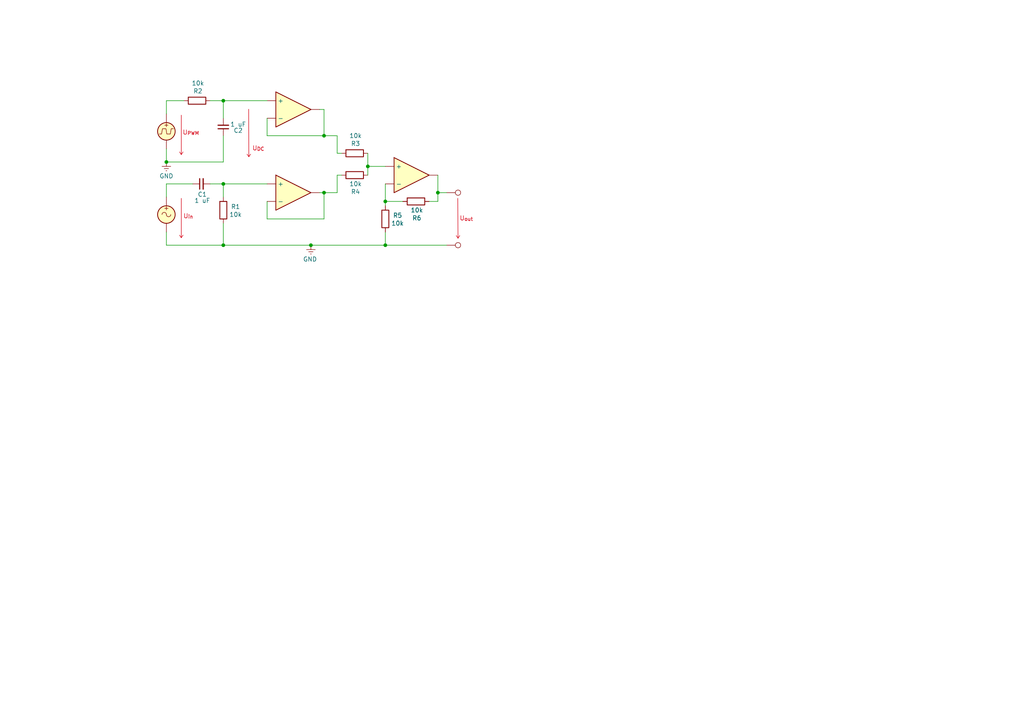
<source format=kicad_sch>
(kicad_sch
	(version 20250114)
	(generator "eeschema")
	(generator_version "9.0")
	(uuid "7804a2b6-5127-41c6-ae84-4cd6f0d6165f")
	(paper "A4")
	(lib_symbols
		(symbol "Connector:TestPoint"
			(pin_numbers
				(hide yes)
			)
			(pin_names
				(offset 0.762)
				(hide yes)
			)
			(exclude_from_sim no)
			(in_bom yes)
			(on_board yes)
			(property "Reference" "TP"
				(at 0 6.858 0)
				(effects
					(font
						(size 1.27 1.27)
					)
				)
			)
			(property "Value" "TestPoint"
				(at 0 5.08 0)
				(effects
					(font
						(size 1.27 1.27)
					)
				)
			)
			(property "Footprint" ""
				(at 5.08 0 0)
				(effects
					(font
						(size 1.27 1.27)
					)
					(hide yes)
				)
			)
			(property "Datasheet" "~"
				(at 5.08 0 0)
				(effects
					(font
						(size 1.27 1.27)
					)
					(hide yes)
				)
			)
			(property "Description" "test point"
				(at 0 0 0)
				(effects
					(font
						(size 1.27 1.27)
					)
					(hide yes)
				)
			)
			(property "ki_keywords" "test point tp"
				(at 0 0 0)
				(effects
					(font
						(size 1.27 1.27)
					)
					(hide yes)
				)
			)
			(property "ki_fp_filters" "Pin* Test*"
				(at 0 0 0)
				(effects
					(font
						(size 1.27 1.27)
					)
					(hide yes)
				)
			)
			(symbol "TestPoint_0_1"
				(circle
					(center 0 3.302)
					(radius 0.762)
					(stroke
						(width 0)
						(type default)
					)
					(fill
						(type none)
					)
				)
			)
			(symbol "TestPoint_1_1"
				(pin passive line
					(at 0 0 90)
					(length 2.54)
					(name "1"
						(effects
							(font
								(size 1.27 1.27)
							)
						)
					)
					(number "1"
						(effects
							(font
								(size 1.27 1.27)
							)
						)
					)
				)
			)
			(embedded_fonts no)
		)
		(symbol "Device:C_Small"
			(pin_numbers
				(hide yes)
			)
			(pin_names
				(offset 0.254)
				(hide yes)
			)
			(exclude_from_sim no)
			(in_bom yes)
			(on_board yes)
			(property "Reference" "C"
				(at 0.254 1.778 0)
				(effects
					(font
						(size 1.27 1.27)
					)
					(justify left)
				)
			)
			(property "Value" "C_Small"
				(at 0.254 -2.032 0)
				(effects
					(font
						(size 1.27 1.27)
					)
					(justify left)
				)
			)
			(property "Footprint" ""
				(at 0 0 0)
				(effects
					(font
						(size 1.27 1.27)
					)
					(hide yes)
				)
			)
			(property "Datasheet" "~"
				(at 0 0 0)
				(effects
					(font
						(size 1.27 1.27)
					)
					(hide yes)
				)
			)
			(property "Description" "Unpolarized capacitor, small symbol"
				(at 0 0 0)
				(effects
					(font
						(size 1.27 1.27)
					)
					(hide yes)
				)
			)
			(property "ki_keywords" "capacitor cap"
				(at 0 0 0)
				(effects
					(font
						(size 1.27 1.27)
					)
					(hide yes)
				)
			)
			(property "ki_fp_filters" "C_*"
				(at 0 0 0)
				(effects
					(font
						(size 1.27 1.27)
					)
					(hide yes)
				)
			)
			(symbol "C_Small_0_1"
				(polyline
					(pts
						(xy -1.524 0.508) (xy 1.524 0.508)
					)
					(stroke
						(width 0.3048)
						(type default)
					)
					(fill
						(type none)
					)
				)
				(polyline
					(pts
						(xy -1.524 -0.508) (xy 1.524 -0.508)
					)
					(stroke
						(width 0.3302)
						(type default)
					)
					(fill
						(type none)
					)
				)
			)
			(symbol "C_Small_1_1"
				(pin passive line
					(at 0 2.54 270)
					(length 2.032)
					(name "~"
						(effects
							(font
								(size 1.27 1.27)
							)
						)
					)
					(number "1"
						(effects
							(font
								(size 1.27 1.27)
							)
						)
					)
				)
				(pin passive line
					(at 0 -2.54 90)
					(length 2.032)
					(name "~"
						(effects
							(font
								(size 1.27 1.27)
							)
						)
					)
					(number "2"
						(effects
							(font
								(size 1.27 1.27)
							)
						)
					)
				)
			)
			(embedded_fonts no)
		)
		(symbol "Device:R"
			(pin_numbers
				(hide yes)
			)
			(pin_names
				(offset 0)
			)
			(exclude_from_sim no)
			(in_bom yes)
			(on_board yes)
			(property "Reference" "R"
				(at 2.032 0 90)
				(effects
					(font
						(size 1.27 1.27)
					)
				)
			)
			(property "Value" "R"
				(at 0 0 90)
				(effects
					(font
						(size 1.27 1.27)
					)
				)
			)
			(property "Footprint" ""
				(at -1.778 0 90)
				(effects
					(font
						(size 1.27 1.27)
					)
					(hide yes)
				)
			)
			(property "Datasheet" "~"
				(at 0 0 0)
				(effects
					(font
						(size 1.27 1.27)
					)
					(hide yes)
				)
			)
			(property "Description" "Resistor"
				(at 0 0 0)
				(effects
					(font
						(size 1.27 1.27)
					)
					(hide yes)
				)
			)
			(property "ki_keywords" "R res resistor"
				(at 0 0 0)
				(effects
					(font
						(size 1.27 1.27)
					)
					(hide yes)
				)
			)
			(property "ki_fp_filters" "R_*"
				(at 0 0 0)
				(effects
					(font
						(size 1.27 1.27)
					)
					(hide yes)
				)
			)
			(symbol "R_0_1"
				(rectangle
					(start -1.016 -2.54)
					(end 1.016 2.54)
					(stroke
						(width 0.254)
						(type default)
					)
					(fill
						(type none)
					)
				)
			)
			(symbol "R_1_1"
				(pin passive line
					(at 0 3.81 270)
					(length 1.27)
					(name "~"
						(effects
							(font
								(size 1.27 1.27)
							)
						)
					)
					(number "1"
						(effects
							(font
								(size 1.27 1.27)
							)
						)
					)
				)
				(pin passive line
					(at 0 -3.81 90)
					(length 1.27)
					(name "~"
						(effects
							(font
								(size 1.27 1.27)
							)
						)
					)
					(number "2"
						(effects
							(font
								(size 1.27 1.27)
							)
						)
					)
				)
			)
			(embedded_fonts no)
		)
		(symbol "OPAMP_common_1"
			(exclude_from_sim no)
			(in_bom yes)
			(on_board yes)
			(property "Reference" "U"
				(at 0 0 0)
				(effects
					(font
						(size 1.27 1.27)
					)
				)
			)
			(property "Value" ""
				(at 0 0 0)
				(effects
					(font
						(size 1.27 1.27)
					)
				)
			)
			(property "Footprint" ""
				(at 0 0 0)
				(effects
					(font
						(size 1.27 1.27)
					)
					(hide yes)
				)
			)
			(property "Datasheet" ""
				(at 0 0 0)
				(effects
					(font
						(size 1.27 1.27)
					)
					(hide yes)
				)
			)
			(property "Description" ""
				(at 0 0 0)
				(effects
					(font
						(size 1.27 1.27)
					)
					(hide yes)
				)
			)
			(symbol "OPAMP_common_1_1_1"
				(polyline
					(pts
						(xy 3.81 5.08) (xy 13.97 0) (xy 3.81 -5.08) (xy 3.81 5.08)
					)
					(stroke
						(width 0.254)
						(type default)
					)
					(fill
						(type background)
					)
				)
				(pin input line
					(at 1.27 2.54 0)
					(length 2.54)
					(name "+"
						(effects
							(font
								(size 1.27 1.27)
							)
						)
					)
					(number ""
						(effects
							(font
								(size 1.27 1.27)
							)
						)
					)
				)
				(pin input line
					(at 1.27 -2.54 0)
					(length 2.54)
					(name "-"
						(effects
							(font
								(size 1.27 1.27)
							)
						)
					)
					(number ""
						(effects
							(font
								(size 1.27 1.27)
							)
						)
					)
				)
				(pin output line
					(at 16.51 0 180)
					(length 2.54)
					(name "~"
						(effects
							(font
								(size 1.27 1.27)
							)
						)
					)
					(number ""
						(effects
							(font
								(size 1.27 1.27)
							)
						)
					)
				)
			)
			(embedded_fonts no)
		)
		(symbol "OPAMP_common_2"
			(exclude_from_sim no)
			(in_bom yes)
			(on_board yes)
			(property "Reference" "U"
				(at 0 0 0)
				(effects
					(font
						(size 1.27 1.27)
					)
				)
			)
			(property "Value" ""
				(at 0 0 0)
				(effects
					(font
						(size 1.27 1.27)
					)
				)
			)
			(property "Footprint" ""
				(at 0 0 0)
				(effects
					(font
						(size 1.27 1.27)
					)
					(hide yes)
				)
			)
			(property "Datasheet" ""
				(at 0 0 0)
				(effects
					(font
						(size 1.27 1.27)
					)
					(hide yes)
				)
			)
			(property "Description" ""
				(at 0 0 0)
				(effects
					(font
						(size 1.27 1.27)
					)
					(hide yes)
				)
			)
			(symbol "OPAMP_common_2_1_1"
				(polyline
					(pts
						(xy 3.81 5.08) (xy 13.97 0) (xy 3.81 -5.08) (xy 3.81 5.08)
					)
					(stroke
						(width 0.254)
						(type default)
					)
					(fill
						(type background)
					)
				)
				(pin input line
					(at 1.27 2.54 0)
					(length 2.54)
					(name "+"
						(effects
							(font
								(size 1.27 1.27)
							)
						)
					)
					(number ""
						(effects
							(font
								(size 1.27 1.27)
							)
						)
					)
				)
				(pin input line
					(at 1.27 -2.54 0)
					(length 2.54)
					(name "-"
						(effects
							(font
								(size 1.27 1.27)
							)
						)
					)
					(number ""
						(effects
							(font
								(size 1.27 1.27)
							)
						)
					)
				)
				(pin output line
					(at 16.51 0 180)
					(length 2.54)
					(name "~"
						(effects
							(font
								(size 1.27 1.27)
							)
						)
					)
					(number ""
						(effects
							(font
								(size 1.27 1.27)
							)
						)
					)
				)
			)
			(embedded_fonts no)
		)
		(symbol "Simulation_SPICE:VPULSE"
			(pin_numbers
				(hide yes)
			)
			(pin_names
				(offset 0.0254)
			)
			(exclude_from_sim no)
			(in_bom yes)
			(on_board yes)
			(property "Reference" "V"
				(at 2.54 2.54 0)
				(effects
					(font
						(size 1.27 1.27)
					)
					(justify left)
				)
			)
			(property "Value" "VPULSE"
				(at 2.54 0 0)
				(effects
					(font
						(size 1.27 1.27)
					)
					(justify left)
				)
			)
			(property "Footprint" ""
				(at 0 0 0)
				(effects
					(font
						(size 1.27 1.27)
					)
					(hide yes)
				)
			)
			(property "Datasheet" "https://ngspice.sourceforge.io/docs/ngspice-html-manual/manual.xhtml#sec_Independent_Sources_for"
				(at 0 0 0)
				(effects
					(font
						(size 1.27 1.27)
					)
					(hide yes)
				)
			)
			(property "Description" "Voltage source, pulse"
				(at 0 0 0)
				(effects
					(font
						(size 1.27 1.27)
					)
					(hide yes)
				)
			)
			(property "Sim.Pins" "1=+ 2=-"
				(at 0 0 0)
				(effects
					(font
						(size 1.27 1.27)
					)
					(hide yes)
				)
			)
			(property "Sim.Type" "PULSE"
				(at 0 0 0)
				(effects
					(font
						(size 1.27 1.27)
					)
					(hide yes)
				)
			)
			(property "Sim.Device" "V"
				(at 0 0 0)
				(effects
					(font
						(size 1.27 1.27)
					)
					(justify left)
					(hide yes)
				)
			)
			(property "Sim.Params" "y1=0 y2=1 td=2n tr=2n tf=2n tw=50n per=100n"
				(at 2.54 -2.54 0)
				(effects
					(font
						(size 1.27 1.27)
					)
					(justify left)
				)
			)
			(property "ki_keywords" "simulation"
				(at 0 0 0)
				(effects
					(font
						(size 1.27 1.27)
					)
					(hide yes)
				)
			)
			(symbol "VPULSE_0_0"
				(polyline
					(pts
						(xy -2.032 -0.762) (xy -1.397 -0.762) (xy -1.143 0.762) (xy -0.127 0.762) (xy 0.127 -0.762) (xy 1.143 -0.762)
						(xy 1.397 0.762) (xy 2.032 0.762)
					)
					(stroke
						(width 0)
						(type default)
					)
					(fill
						(type none)
					)
				)
				(text "+"
					(at 0 1.905 0)
					(effects
						(font
							(size 1.27 1.27)
						)
					)
				)
			)
			(symbol "VPULSE_0_1"
				(circle
					(center 0 0)
					(radius 2.54)
					(stroke
						(width 0.254)
						(type default)
					)
					(fill
						(type background)
					)
				)
			)
			(symbol "VPULSE_1_1"
				(pin passive line
					(at 0 5.08 270)
					(length 2.54)
					(name "~"
						(effects
							(font
								(size 1.27 1.27)
							)
						)
					)
					(number "1"
						(effects
							(font
								(size 1.27 1.27)
							)
						)
					)
				)
				(pin passive line
					(at 0 -5.08 90)
					(length 2.54)
					(name "~"
						(effects
							(font
								(size 1.27 1.27)
							)
						)
					)
					(number "2"
						(effects
							(font
								(size 1.27 1.27)
							)
						)
					)
				)
			)
			(embedded_fonts no)
		)
		(symbol "Simulation_SPICE:VSIN"
			(pin_numbers
				(hide yes)
			)
			(pin_names
				(offset 0.0254)
			)
			(exclude_from_sim no)
			(in_bom yes)
			(on_board yes)
			(property "Reference" "V"
				(at 2.54 2.54 0)
				(effects
					(font
						(size 1.27 1.27)
					)
					(justify left)
				)
			)
			(property "Value" "VSIN"
				(at 2.54 0 0)
				(effects
					(font
						(size 1.27 1.27)
					)
					(justify left)
				)
			)
			(property "Footprint" ""
				(at 0 0 0)
				(effects
					(font
						(size 1.27 1.27)
					)
					(hide yes)
				)
			)
			(property "Datasheet" "https://ngspice.sourceforge.io/docs/ngspice-html-manual/manual.xhtml#sec_Independent_Sources_for"
				(at 0 0 0)
				(effects
					(font
						(size 1.27 1.27)
					)
					(hide yes)
				)
			)
			(property "Description" "Voltage source, sinusoidal"
				(at 0 0 0)
				(effects
					(font
						(size 1.27 1.27)
					)
					(hide yes)
				)
			)
			(property "Sim.Pins" "1=+ 2=-"
				(at 0 0 0)
				(effects
					(font
						(size 1.27 1.27)
					)
					(hide yes)
				)
			)
			(property "Sim.Params" "dc=0 ampl=1 f=1k ac=1"
				(at 2.54 -2.54 0)
				(effects
					(font
						(size 1.27 1.27)
					)
					(justify left)
				)
			)
			(property "Sim.Type" "SIN"
				(at 0 0 0)
				(effects
					(font
						(size 1.27 1.27)
					)
					(hide yes)
				)
			)
			(property "Sim.Device" "V"
				(at 0 0 0)
				(effects
					(font
						(size 1.27 1.27)
					)
					(justify left)
					(hide yes)
				)
			)
			(property "ki_keywords" "simulation ac vac"
				(at 0 0 0)
				(effects
					(font
						(size 1.27 1.27)
					)
					(hide yes)
				)
			)
			(symbol "VSIN_0_0"
				(arc
					(start -1.27 0)
					(mid -0.635 0.6323)
					(end 0 0)
					(stroke
						(width 0)
						(type default)
					)
					(fill
						(type none)
					)
				)
				(arc
					(start 1.27 0)
					(mid 0.635 -0.6323)
					(end 0 0)
					(stroke
						(width 0)
						(type default)
					)
					(fill
						(type none)
					)
				)
				(text "+"
					(at 0 1.905 0)
					(effects
						(font
							(size 1.27 1.27)
						)
					)
				)
			)
			(symbol "VSIN_0_1"
				(circle
					(center 0 0)
					(radius 2.54)
					(stroke
						(width 0.254)
						(type default)
					)
					(fill
						(type background)
					)
				)
			)
			(symbol "VSIN_1_1"
				(pin passive line
					(at 0 5.08 270)
					(length 2.54)
					(name "~"
						(effects
							(font
								(size 1.27 1.27)
							)
						)
					)
					(number "1"
						(effects
							(font
								(size 1.27 1.27)
							)
						)
					)
				)
				(pin passive line
					(at 0 -5.08 90)
					(length 2.54)
					(name "~"
						(effects
							(font
								(size 1.27 1.27)
							)
						)
					)
					(number "2"
						(effects
							(font
								(size 1.27 1.27)
							)
						)
					)
				)
			)
			(embedded_fonts no)
		)
		(symbol "custom_symbols_bakalarka:OPAMP_common"
			(exclude_from_sim no)
			(in_bom yes)
			(on_board yes)
			(property "Reference" "U"
				(at 0 0 0)
				(effects
					(font
						(size 1.27 1.27)
					)
				)
			)
			(property "Value" ""
				(at 0 0 0)
				(effects
					(font
						(size 1.27 1.27)
					)
				)
			)
			(property "Footprint" ""
				(at 0 0 0)
				(effects
					(font
						(size 1.27 1.27)
					)
					(hide yes)
				)
			)
			(property "Datasheet" ""
				(at 0 0 0)
				(effects
					(font
						(size 1.27 1.27)
					)
					(hide yes)
				)
			)
			(property "Description" ""
				(at 0 0 0)
				(effects
					(font
						(size 1.27 1.27)
					)
					(hide yes)
				)
			)
			(symbol "OPAMP_common_1_1"
				(polyline
					(pts
						(xy 3.81 5.08) (xy 13.97 0) (xy 3.81 -5.08) (xy 3.81 5.08)
					)
					(stroke
						(width 0.254)
						(type default)
					)
					(fill
						(type background)
					)
				)
				(pin input line
					(at 1.27 2.54 0)
					(length 2.54)
					(name "+"
						(effects
							(font
								(size 1.27 1.27)
							)
						)
					)
					(number ""
						(effects
							(font
								(size 1.27 1.27)
							)
						)
					)
				)
				(pin input line
					(at 1.27 -2.54 0)
					(length 2.54)
					(name "-"
						(effects
							(font
								(size 1.27 1.27)
							)
						)
					)
					(number ""
						(effects
							(font
								(size 1.27 1.27)
							)
						)
					)
				)
				(pin output line
					(at 16.51 0 180)
					(length 2.54)
					(name "~"
						(effects
							(font
								(size 1.27 1.27)
							)
						)
					)
					(number ""
						(effects
							(font
								(size 1.27 1.27)
							)
						)
					)
				)
			)
			(embedded_fonts no)
		)
		(symbol "power:Earth"
			(power)
			(pin_numbers
				(hide yes)
			)
			(pin_names
				(offset 0)
				(hide yes)
			)
			(exclude_from_sim no)
			(in_bom yes)
			(on_board yes)
			(property "Reference" "#PWR"
				(at 0 -6.35 0)
				(effects
					(font
						(size 1.27 1.27)
					)
					(hide yes)
				)
			)
			(property "Value" "Earth"
				(at 0 -3.81 0)
				(effects
					(font
						(size 1.27 1.27)
					)
				)
			)
			(property "Footprint" ""
				(at 0 0 0)
				(effects
					(font
						(size 1.27 1.27)
					)
					(hide yes)
				)
			)
			(property "Datasheet" "~"
				(at 0 0 0)
				(effects
					(font
						(size 1.27 1.27)
					)
					(hide yes)
				)
			)
			(property "Description" "Power symbol creates a global label with name \"Earth\""
				(at 0 0 0)
				(effects
					(font
						(size 1.27 1.27)
					)
					(hide yes)
				)
			)
			(property "ki_keywords" "global ground gnd"
				(at 0 0 0)
				(effects
					(font
						(size 1.27 1.27)
					)
					(hide yes)
				)
			)
			(symbol "Earth_0_1"
				(polyline
					(pts
						(xy -0.635 -1.905) (xy 0.635 -1.905)
					)
					(stroke
						(width 0)
						(type default)
					)
					(fill
						(type none)
					)
				)
				(polyline
					(pts
						(xy -0.127 -2.54) (xy 0.127 -2.54)
					)
					(stroke
						(width 0)
						(type default)
					)
					(fill
						(type none)
					)
				)
				(polyline
					(pts
						(xy 0 -1.27) (xy 0 0)
					)
					(stroke
						(width 0)
						(type default)
					)
					(fill
						(type none)
					)
				)
				(polyline
					(pts
						(xy 1.27 -1.27) (xy -1.27 -1.27)
					)
					(stroke
						(width 0)
						(type default)
					)
					(fill
						(type none)
					)
				)
			)
			(symbol "Earth_1_1"
				(pin power_in line
					(at 0 0 270)
					(length 0)
					(name "~"
						(effects
							(font
								(size 1.27 1.27)
							)
						)
					)
					(number "1"
						(effects
							(font
								(size 1.27 1.27)
							)
						)
					)
				)
			)
			(embedded_fonts no)
		)
	)
	(text "U_{in}"
		(exclude_from_sim no)
		(at 54.61 62.865 0)
		(effects
			(font
				(size 1.27 1.27)
				(color 213 0 18 1)
			)
		)
		(uuid "2418d94e-2354-4222-9cca-6ae2576ed222")
	)
	(text "U_{DC}"
		(exclude_from_sim no)
		(at 74.93 43.18 0)
		(effects
			(font
				(size 1.27 1.27)
				(color 213 0 18 1)
			)
		)
		(uuid "298d3587-af6a-4a15-a05a-2c56a8a97136")
	)
	(text "U_{PWM}"
		(exclude_from_sim no)
		(at 55.372 38.608 0)
		(effects
			(font
				(size 1.27 1.27)
				(color 213 0 18 1)
			)
		)
		(uuid "83c0b8b4-8db2-427c-8523-18b8703c3e9a")
	)
	(text "U_{out}"
		(exclude_from_sim no)
		(at 135.255 63.5 0)
		(effects
			(font
				(size 1.27 1.27)
				(color 213 0 18 1)
			)
		)
		(uuid "d1db38fb-c306-4912-8b45-ef78ea2feb2b")
	)
	(junction
		(at 48.26 46.99)
		(diameter 0)
		(color 0 0 0 0)
		(uuid "0a61ef88-fe8c-459a-8e9f-2d5b65dfa4bd")
	)
	(junction
		(at 111.76 58.42)
		(diameter 0)
		(color 0 0 0 0)
		(uuid "14526da3-71f9-4dab-83e1-3126789d0863")
	)
	(junction
		(at 64.77 29.21)
		(diameter 0)
		(color 0 0 0 0)
		(uuid "6452635f-4c83-409f-86ee-91cd1cdfb734")
	)
	(junction
		(at 93.98 55.88)
		(diameter 0)
		(color 0 0 0 0)
		(uuid "6a61ad8b-702f-4a3b-999a-d8ce95a8f8f0")
	)
	(junction
		(at 106.68 48.26)
		(diameter 0)
		(color 0 0 0 0)
		(uuid "6d7af0bb-8ef8-4d19-938b-c30062715c1f")
	)
	(junction
		(at 93.98 39.37)
		(diameter 0)
		(color 0 0 0 0)
		(uuid "6d90e874-4851-4bc2-8f7b-10757546f3b0")
	)
	(junction
		(at 90.17 71.12)
		(diameter 0)
		(color 0 0 0 0)
		(uuid "7cd37429-7243-41bc-9e0f-6deb611ae1e0")
	)
	(junction
		(at 127 55.88)
		(diameter 0)
		(color 0 0 0 0)
		(uuid "c9624269-4956-4e1a-ad39-ab1972ba5baf")
	)
	(junction
		(at 64.77 53.34)
		(diameter 0)
		(color 0 0 0 0)
		(uuid "e54110f4-ab77-43c0-8d8c-0c085f47abbd")
	)
	(junction
		(at 111.76 71.12)
		(diameter 0)
		(color 0 0 0 0)
		(uuid "f01b0dc8-f78c-436e-acde-74fb448a7e34")
	)
	(junction
		(at 64.77 71.12)
		(diameter 0)
		(color 0 0 0 0)
		(uuid "f2a5c813-c907-43d2-8ffc-921020173bd6")
	)
	(wire
		(pts
			(xy 93.98 55.88) (xy 92.71 55.88)
		)
		(stroke
			(width 0)
			(type default)
		)
		(uuid "00a4c294-d415-42be-bf2d-6fdbea0f9d44")
	)
	(wire
		(pts
			(xy 93.98 31.75) (xy 92.71 31.75)
		)
		(stroke
			(width 0)
			(type default)
		)
		(uuid "02731e28-0918-4b92-a145-37e5cfb9a8a7")
	)
	(polyline
		(pts
			(xy 72.1703 45.4744) (xy 72.6783 44.7124)
		)
		(stroke
			(width 0)
			(type solid)
			(color 213 0 18 1)
		)
		(uuid "02efc76e-01da-47be-a537-477f08ec3f68")
	)
	(wire
		(pts
			(xy 64.77 71.12) (xy 90.17 71.12)
		)
		(stroke
			(width 0)
			(type default)
		)
		(uuid "06261466-87bb-49c8-b49d-f18f375a1765")
	)
	(polyline
		(pts
			(xy 71.6623 44.7124) (xy 72.1703 45.4744)
		)
		(stroke
			(width 0)
			(type solid)
			(color 213 0 18 1)
		)
		(uuid "078230c3-68aa-4444-aa0a-06e320a49d56")
	)
	(wire
		(pts
			(xy 111.76 71.12) (xy 129.54 71.12)
		)
		(stroke
			(width 0)
			(type default)
		)
		(uuid "128b7710-99a1-4dd8-aeef-21c000bcb1a8")
	)
	(wire
		(pts
			(xy 64.77 53.34) (xy 77.47 53.34)
		)
		(stroke
			(width 0)
			(type default)
		)
		(uuid "133c4f6b-2252-404d-bcd5-d1e1c334943b")
	)
	(wire
		(pts
			(xy 64.77 57.15) (xy 64.77 53.34)
		)
		(stroke
			(width 0)
			(type default)
		)
		(uuid "181a2f5c-f2be-45ce-91dd-d66d6d69a781")
	)
	(wire
		(pts
			(xy 97.79 39.37) (xy 93.98 39.37)
		)
		(stroke
			(width 0)
			(type default)
		)
		(uuid "18803d75-adad-4a01-a8d4-12115eba3a04")
	)
	(wire
		(pts
			(xy 64.77 71.12) (xy 64.77 64.77)
		)
		(stroke
			(width 0)
			(type default)
		)
		(uuid "190b8dab-2aa5-43c0-b9ae-577b52c52f2c")
	)
	(wire
		(pts
			(xy 97.79 50.8) (xy 97.79 55.88)
		)
		(stroke
			(width 0)
			(type default)
		)
		(uuid "2300c79c-334f-49e4-acb9-3c277eb40407")
	)
	(wire
		(pts
			(xy 77.47 58.42) (xy 77.47 63.5)
		)
		(stroke
			(width 0)
			(type default)
		)
		(uuid "27bef7fd-1a1c-4b94-ad53-45821d2d2f57")
	)
	(polyline
		(pts
			(xy 52.07 44.069) (xy 52.578 44.831)
		)
		(stroke
			(width 0)
			(type solid)
			(color 213 0 18 1)
		)
		(uuid "2c2d1ad3-5af0-448b-a328-994446fc8687")
	)
	(wire
		(pts
			(xy 97.79 55.88) (xy 93.98 55.88)
		)
		(stroke
			(width 0)
			(type default)
		)
		(uuid "3b078ae0-1f54-4551-86f0-8c9b00826986")
	)
	(wire
		(pts
			(xy 60.96 29.21) (xy 64.77 29.21)
		)
		(stroke
			(width 0)
			(type default)
		)
		(uuid "3b89998c-9acc-45a9-92d6-ff6c0ad6d18e")
	)
	(wire
		(pts
			(xy 77.47 39.37) (xy 93.98 39.37)
		)
		(stroke
			(width 0)
			(type default)
		)
		(uuid "41e38bf2-f90d-4dcc-a3d6-1434c19c0958")
	)
	(polyline
		(pts
			(xy 132.7708 57.5227) (xy 132.842 69.088)
		)
		(stroke
			(width 0)
			(type solid)
			(color 213 0 18 1)
		)
		(uuid "426dccc9-0e70-428d-bc42-f938ae6af819")
	)
	(polyline
		(pts
			(xy 132.842 69.088) (xy 133.35 68.326)
		)
		(stroke
			(width 0)
			(type solid)
			(color 213 0 18 1)
		)
		(uuid "44edd654-c409-4be2-9c9b-66350f5dacbd")
	)
	(wire
		(pts
			(xy 106.68 44.45) (xy 106.68 48.26)
		)
		(stroke
			(width 0)
			(type default)
		)
		(uuid "4500278e-1ba4-4c4a-8a37-b075e4302dc4")
	)
	(wire
		(pts
			(xy 127 55.88) (xy 129.54 55.88)
		)
		(stroke
			(width 0)
			(type default)
		)
		(uuid "4978c1a3-c026-47e0-82df-0fcdedb8ff1d")
	)
	(polyline
		(pts
			(xy 52.578 33.401) (xy 52.578 44.831)
		)
		(stroke
			(width 0)
			(type solid)
			(color 213 0 18 1)
		)
		(uuid "4f96fdb7-474e-4af7-88fd-0aa38fbfb249")
	)
	(wire
		(pts
			(xy 127 58.42) (xy 124.46 58.42)
		)
		(stroke
			(width 0)
			(type default)
		)
		(uuid "56df047e-786d-4828-878b-547a22331abb")
	)
	(polyline
		(pts
			(xy 52.578 57.531) (xy 52.578 68.961)
		)
		(stroke
			(width 0)
			(type solid)
			(color 213 0 18 1)
		)
		(uuid "5bd61a17-6876-4810-b9c1-76056f585c5b")
	)
	(wire
		(pts
			(xy 111.76 58.42) (xy 111.76 59.69)
		)
		(stroke
			(width 0)
			(type default)
		)
		(uuid "5eb55d1b-41b3-445d-b293-b4a19c9523f5")
	)
	(wire
		(pts
			(xy 77.47 34.29) (xy 77.47 39.37)
		)
		(stroke
			(width 0)
			(type default)
		)
		(uuid "6617e1af-f55e-43e1-9a05-542d3adf305d")
	)
	(wire
		(pts
			(xy 48.26 71.12) (xy 64.77 71.12)
		)
		(stroke
			(width 0)
			(type default)
		)
		(uuid "6960de9c-52a8-48e1-8876-576a9d50e7bc")
	)
	(wire
		(pts
			(xy 64.77 29.21) (xy 64.77 34.29)
		)
		(stroke
			(width 0)
			(type default)
		)
		(uuid "6d6f4ee8-5124-44f1-9f6d-fb89836f29a6")
	)
	(wire
		(pts
			(xy 48.26 67.31) (xy 48.26 71.12)
		)
		(stroke
			(width 0)
			(type default)
		)
		(uuid "6e0fe42e-265c-4673-9fa1-4183ed0f7651")
	)
	(polyline
		(pts
			(xy 132.334 68.326) (xy 132.842 69.088)
		)
		(stroke
			(width 0)
			(type solid)
			(color 213 0 18 1)
		)
		(uuid "705e8c96-fca8-4640-93b7-cd3bbebf1900")
	)
	(wire
		(pts
			(xy 106.68 48.26) (xy 111.76 48.26)
		)
		(stroke
			(width 0)
			(type default)
		)
		(uuid "70edf5ac-4219-431d-8ea9-35c2c24758b1")
	)
	(wire
		(pts
			(xy 48.26 57.15) (xy 48.26 53.34)
		)
		(stroke
			(width 0)
			(type default)
		)
		(uuid "74b4c506-0bce-4b47-b707-062850ac0bea")
	)
	(wire
		(pts
			(xy 48.26 53.34) (xy 55.88 53.34)
		)
		(stroke
			(width 0)
			(type default)
		)
		(uuid "7f70150c-365c-4bab-a386-ba9c153b7a1a")
	)
	(wire
		(pts
			(xy 64.77 39.37) (xy 64.77 46.99)
		)
		(stroke
			(width 0)
			(type default)
		)
		(uuid "884de986-1c75-437c-922c-f02834e58235")
	)
	(wire
		(pts
			(xy 48.26 46.99) (xy 64.77 46.99)
		)
		(stroke
			(width 0)
			(type default)
		)
		(uuid "9138c77f-1e2d-4432-b7b7-3626519c8643")
	)
	(wire
		(pts
			(xy 90.17 71.12) (xy 111.76 71.12)
		)
		(stroke
			(width 0)
			(type default)
		)
		(uuid "93a5b76c-c784-4276-a858-58425de59fd3")
	)
	(wire
		(pts
			(xy 106.68 48.26) (xy 106.68 50.8)
		)
		(stroke
			(width 0)
			(type default)
		)
		(uuid "973e37c9-73e0-4ed3-86c3-f6d10ca6657f")
	)
	(wire
		(pts
			(xy 93.98 63.5) (xy 93.98 55.88)
		)
		(stroke
			(width 0)
			(type default)
		)
		(uuid "9d47e9c9-040f-4db7-8bda-d722329361c9")
	)
	(polyline
		(pts
			(xy 52.578 68.961) (xy 53.086 68.199)
		)
		(stroke
			(width 0)
			(type solid)
			(color 213 0 18 1)
		)
		(uuid "a15602e6-d9f8-44fa-bdda-47502dfd465b")
	)
	(wire
		(pts
			(xy 97.79 44.45) (xy 99.06 44.45)
		)
		(stroke
			(width 0)
			(type default)
		)
		(uuid "a4c0cd53-e52d-4d5f-ab70-66ee15d87d0b")
	)
	(wire
		(pts
			(xy 127 55.88) (xy 127 58.42)
		)
		(stroke
			(width 0)
			(type default)
		)
		(uuid "a67d78a4-f7ea-4b19-b88c-1b81926323df")
	)
	(wire
		(pts
			(xy 99.06 50.8) (xy 97.79 50.8)
		)
		(stroke
			(width 0)
			(type default)
		)
		(uuid "ac19f352-9362-4b33-b343-514f29cc5e41")
	)
	(wire
		(pts
			(xy 93.98 39.37) (xy 93.98 31.75)
		)
		(stroke
			(width 0)
			(type default)
		)
		(uuid "b1726000-6d5e-4096-b23d-8465f85d8594")
	)
	(wire
		(pts
			(xy 111.76 67.31) (xy 111.76 71.12)
		)
		(stroke
			(width 0)
			(type default)
		)
		(uuid "b40ff354-0ed9-45d4-ae93-bed7df51721a")
	)
	(wire
		(pts
			(xy 48.26 43.18) (xy 48.26 46.99)
		)
		(stroke
			(width 0)
			(type default)
		)
		(uuid "c1da5938-e48a-4fa3-ac67-672a7d84cb8b")
	)
	(wire
		(pts
			(xy 48.26 33.02) (xy 48.26 29.21)
		)
		(stroke
			(width 0)
			(type default)
		)
		(uuid "c4b14580-f49b-4385-a112-ecc8bcee1f84")
	)
	(polyline
		(pts
			(xy 52.578 44.831) (xy 53.086 44.069)
		)
		(stroke
			(width 0)
			(type solid)
			(color 213 0 18 1)
		)
		(uuid "c83e77cb-f0f0-47a6-b024-7b3efbb21ed6")
	)
	(wire
		(pts
			(xy 77.47 63.5) (xy 93.98 63.5)
		)
		(stroke
			(width 0)
			(type default)
		)
		(uuid "da1e4d34-3656-467f-89b9-76f2063716a5")
	)
	(wire
		(pts
			(xy 127 50.8) (xy 127 55.88)
		)
		(stroke
			(width 0)
			(type default)
		)
		(uuid "db1eb887-d0c8-4c66-a2d3-9e6d0199a419")
	)
	(wire
		(pts
			(xy 97.79 44.45) (xy 97.79 39.37)
		)
		(stroke
			(width 0)
			(type default)
		)
		(uuid "f4d116d0-36ca-44be-b077-0bd3aeb687a8")
	)
	(wire
		(pts
			(xy 48.26 29.21) (xy 53.34 29.21)
		)
		(stroke
			(width 0)
			(type default)
		)
		(uuid "f7674f29-da09-48bc-bbb7-70e37ce3abdf")
	)
	(polyline
		(pts
			(xy 52.07 68.199) (xy 52.578 68.961)
		)
		(stroke
			(width 0)
			(type solid)
			(color 213 0 18 1)
		)
		(uuid "f818f359-ac20-477c-997a-d205d87a78f4")
	)
	(wire
		(pts
			(xy 116.84 58.42) (xy 111.76 58.42)
		)
		(stroke
			(width 0)
			(type default)
		)
		(uuid "fb708089-31ee-42a2-9289-dc57f57181d1")
	)
	(wire
		(pts
			(xy 64.77 29.21) (xy 77.47 29.21)
		)
		(stroke
			(width 0)
			(type default)
		)
		(uuid "fe43f98c-e57c-4102-95ce-223ccd984e94")
	)
	(wire
		(pts
			(xy 64.77 53.34) (xy 60.96 53.34)
		)
		(stroke
			(width 0)
			(type default)
		)
		(uuid "fe8e22e5-cf4c-4935-9df6-718a0a683200")
	)
	(wire
		(pts
			(xy 111.76 53.34) (xy 111.76 58.42)
		)
		(stroke
			(width 0)
			(type default)
		)
		(uuid "fea7e626-f793-490c-b624-cc86db48cb59")
	)
	(polyline
		(pts
			(xy 72.1276 31.6757) (xy 72.1703 45.4744)
		)
		(stroke
			(width 0)
			(type solid)
			(color 213 0 18 1)
		)
		(uuid "ffe157cc-d663-4299-b4d9-39137af51125")
	)
	(symbol
		(lib_id "Device:R")
		(at 102.87 50.8 270)
		(unit 1)
		(exclude_from_sim no)
		(in_bom yes)
		(on_board yes)
		(dnp no)
		(uuid "03576813-237c-410d-a9e5-b2984430e4e3")
		(property "Reference" "R4"
			(at 103.124 55.626 90)
			(effects
				(font
					(size 1.27 1.27)
				)
			)
		)
		(property "Value" "10k"
			(at 103.124 53.34 90)
			(effects
				(font
					(size 1.27 1.27)
				)
			)
		)
		(property "Footprint" ""
			(at 102.87 49.022 90)
			(effects
				(font
					(size 1.27 1.27)
				)
				(hide yes)
			)
		)
		(property "Datasheet" "~"
			(at 102.87 50.8 0)
			(effects
				(font
					(size 1.27 1.27)
				)
				(hide yes)
			)
		)
		(property "Description" "Resistor"
			(at 102.87 50.8 0)
			(effects
				(font
					(size 1.27 1.27)
				)
				(hide yes)
			)
		)
		(pin "2"
			(uuid "3cf5ddf3-0f5b-4e07-8485-19544ad14c04")
		)
		(pin "1"
			(uuid "21367a72-4899-4c47-9b6c-12bd607199d2")
		)
		(instances
			(project "schemata"
				(path "/ba5b7f3f-bcc2-4274-bf72-d951c4da15c7/b2272ab4-eaf0-415a-9fcd-515f8aa481a6"
					(reference "R4")
					(unit 1)
				)
			)
		)
	)
	(symbol
		(lib_id "power:Earth")
		(at 48.26 46.99 0)
		(unit 1)
		(exclude_from_sim no)
		(in_bom yes)
		(on_board yes)
		(dnp no)
		(uuid "23a8ee9b-e931-4d89-8fea-89d42472f7f5")
		(property "Reference" "#PWR07"
			(at 48.26 53.34 0)
			(effects
				(font
					(size 1.27 1.27)
				)
				(hide yes)
			)
		)
		(property "Value" "GND"
			(at 48.26 51.054 0)
			(effects
				(font
					(size 1.27 1.27)
				)
			)
		)
		(property "Footprint" ""
			(at 48.26 46.99 0)
			(effects
				(font
					(size 1.27 1.27)
				)
				(hide yes)
			)
		)
		(property "Datasheet" "~"
			(at 48.26 46.99 0)
			(effects
				(font
					(size 1.27 1.27)
				)
				(hide yes)
			)
		)
		(property "Description" "Power symbol creates a global label with name \"Earth\""
			(at 48.26 46.99 0)
			(effects
				(font
					(size 1.27 1.27)
				)
				(hide yes)
			)
		)
		(pin "1"
			(uuid "abf4425e-1126-430a-b907-a88a68c22f39")
		)
		(instances
			(project "schemata"
				(path "/ba5b7f3f-bcc2-4274-bf72-d951c4da15c7/b2272ab4-eaf0-415a-9fcd-515f8aa481a6"
					(reference "#PWR07")
					(unit 1)
				)
			)
		)
	)
	(symbol
		(lib_id "Device:R")
		(at 57.15 29.21 270)
		(unit 1)
		(exclude_from_sim no)
		(in_bom yes)
		(on_board yes)
		(dnp no)
		(uuid "542efead-7d0b-4f01-821b-135f380ccd56")
		(property "Reference" "R2"
			(at 57.404 26.416 90)
			(effects
				(font
					(size 1.27 1.27)
				)
			)
		)
		(property "Value" "10k"
			(at 57.404 24.13 90)
			(effects
				(font
					(size 1.27 1.27)
				)
			)
		)
		(property "Footprint" ""
			(at 57.15 27.432 90)
			(effects
				(font
					(size 1.27 1.27)
				)
				(hide yes)
			)
		)
		(property "Datasheet" "~"
			(at 57.15 29.21 0)
			(effects
				(font
					(size 1.27 1.27)
				)
				(hide yes)
			)
		)
		(property "Description" "Resistor"
			(at 57.15 29.21 0)
			(effects
				(font
					(size 1.27 1.27)
				)
				(hide yes)
			)
		)
		(pin "2"
			(uuid "d64b97f0-d8bb-42ea-b64a-6d2f2f2d1b83")
		)
		(pin "1"
			(uuid "db50871b-4a05-45fd-a852-c3244c1340a0")
		)
		(instances
			(project "schemata"
				(path "/ba5b7f3f-bcc2-4274-bf72-d951c4da15c7/b2272ab4-eaf0-415a-9fcd-515f8aa481a6"
					(reference "R2")
					(unit 1)
				)
			)
		)
	)
	(symbol
		(lib_name "OPAMP_common_1")
		(lib_id "custom_symbols_bakalarka:OPAMP_common")
		(at 76.2 31.75 0)
		(unit 1)
		(exclude_from_sim no)
		(in_bom yes)
		(on_board yes)
		(dnp no)
		(uuid "613f8b73-0a85-46a5-b256-7f973d2a724b")
		(property "Reference" "U?"
			(at 85.09 21.59 0)
			(effects
				(font
					(size 1.27 1.27)
				)
				(hide yes)
			)
		)
		(property "Value" "~"
			(at 85.09 24.13 0)
			(effects
				(font
					(size 1.27 1.27)
				)
				(hide yes)
			)
		)
		(property "Footprint" ""
			(at 76.2 31.75 0)
			(effects
				(font
					(size 1.27 1.27)
				)
				(hide yes)
			)
		)
		(property "Datasheet" ""
			(at 76.2 31.75 0)
			(effects
				(font
					(size 1.27 1.27)
				)
				(hide yes)
			)
		)
		(property "Description" ""
			(at 76.2 31.75 0)
			(effects
				(font
					(size 1.27 1.27)
				)
				(hide yes)
			)
		)
		(pin ""
			(uuid "778c828a-67bd-40d8-b6ec-7123ed412245")
		)
		(pin ""
			(uuid "7ec1338e-2a57-4a18-80ee-50728683be37")
		)
		(pin ""
			(uuid "d1d36ad9-d743-43ef-8dad-34c2bcdacb69")
		)
		(instances
			(project "schemata"
				(path "/ba5b7f3f-bcc2-4274-bf72-d951c4da15c7/b2272ab4-eaf0-415a-9fcd-515f8aa481a6"
					(reference "U?")
					(unit 1)
				)
			)
		)
	)
	(symbol
		(lib_id "Device:R")
		(at 64.77 60.96 180)
		(unit 1)
		(exclude_from_sim no)
		(in_bom yes)
		(on_board yes)
		(dnp no)
		(uuid "6215d968-96bf-455f-826a-7fce340884b0")
		(property "Reference" "R1"
			(at 68.326 59.944 0)
			(effects
				(font
					(size 1.27 1.27)
				)
			)
		)
		(property "Value" "10k"
			(at 68.326 62.23 0)
			(effects
				(font
					(size 1.27 1.27)
				)
			)
		)
		(property "Footprint" ""
			(at 66.548 60.96 90)
			(effects
				(font
					(size 1.27 1.27)
				)
				(hide yes)
			)
		)
		(property "Datasheet" "~"
			(at 64.77 60.96 0)
			(effects
				(font
					(size 1.27 1.27)
				)
				(hide yes)
			)
		)
		(property "Description" "Resistor"
			(at 64.77 60.96 0)
			(effects
				(font
					(size 1.27 1.27)
				)
				(hide yes)
			)
		)
		(pin "2"
			(uuid "0bf3c60d-96bc-4868-a272-4142fed2ed8c")
		)
		(pin "1"
			(uuid "0a6e1da7-694c-494a-814f-c8547cb05149")
		)
		(instances
			(project "schemata"
				(path "/ba5b7f3f-bcc2-4274-bf72-d951c4da15c7/b2272ab4-eaf0-415a-9fcd-515f8aa481a6"
					(reference "R1")
					(unit 1)
				)
			)
		)
	)
	(symbol
		(lib_id "Simulation_SPICE:VPULSE")
		(at 48.26 38.1 0)
		(unit 1)
		(exclude_from_sim no)
		(in_bom yes)
		(on_board yes)
		(dnp no)
		(fields_autoplaced yes)
		(uuid "812b672d-1cd9-435b-919c-3febe8cf7624")
		(property "Reference" "V?"
			(at 52.07 35.4301 0)
			(effects
				(font
					(size 1.27 1.27)
				)
				(justify left)
				(hide yes)
			)
		)
		(property "Value" "VPULSE"
			(at 52.07 37.9701 0)
			(effects
				(font
					(size 1.27 1.27)
				)
				(justify left)
				(hide yes)
			)
		)
		(property "Footprint" ""
			(at 48.26 38.1 0)
			(effects
				(font
					(size 1.27 1.27)
				)
				(hide yes)
			)
		)
		(property "Datasheet" "https://ngspice.sourceforge.io/docs/ngspice-html-manual/manual.xhtml#sec_Independent_Sources_for"
			(at 48.26 38.1 0)
			(effects
				(font
					(size 1.27 1.27)
				)
				(hide yes)
			)
		)
		(property "Description" "Voltage source, pulse"
			(at 48.26 38.1 0)
			(effects
				(font
					(size 1.27 1.27)
				)
				(hide yes)
			)
		)
		(property "Sim.Pins" "1=+ 2=-"
			(at 48.26 38.1 0)
			(effects
				(font
					(size 1.27 1.27)
				)
				(hide yes)
			)
		)
		(property "Sim.Type" "PULSE"
			(at 48.26 38.1 0)
			(effects
				(font
					(size 1.27 1.27)
				)
				(hide yes)
			)
		)
		(property "Sim.Device" "V"
			(at 48.26 38.1 0)
			(effects
				(font
					(size 1.27 1.27)
				)
				(justify left)
				(hide yes)
			)
		)
		(property "Sim.Params" "y1=0 y2=1 td=2n tr=2n tf=2n tw=50n per=100n"
			(at 52.07 40.5101 0)
			(effects
				(font
					(size 1.27 1.27)
				)
				(justify left)
				(hide yes)
			)
		)
		(pin "1"
			(uuid "da4b3286-af6c-496c-9479-1cae87724425")
		)
		(pin "2"
			(uuid "efa7c822-0447-4f16-95e9-eda7e585217a")
		)
		(instances
			(project ""
				(path "/ba5b7f3f-bcc2-4274-bf72-d951c4da15c7/b2272ab4-eaf0-415a-9fcd-515f8aa481a6"
					(reference "V?")
					(unit 1)
				)
			)
		)
	)
	(symbol
		(lib_id "custom_symbols_bakalarka:OPAMP_common")
		(at 76.2 55.88 0)
		(unit 1)
		(exclude_from_sim no)
		(in_bom yes)
		(on_board yes)
		(dnp no)
		(uuid "831f9f4e-b839-4c68-9319-e62970f4dbe0")
		(property "Reference" "U?"
			(at 85.09 45.72 0)
			(effects
				(font
					(size 1.27 1.27)
				)
				(hide yes)
			)
		)
		(property "Value" "~"
			(at 85.09 48.26 0)
			(effects
				(font
					(size 1.27 1.27)
				)
				(hide yes)
			)
		)
		(property "Footprint" ""
			(at 76.2 55.88 0)
			(effects
				(font
					(size 1.27 1.27)
				)
				(hide yes)
			)
		)
		(property "Datasheet" ""
			(at 76.2 55.88 0)
			(effects
				(font
					(size 1.27 1.27)
				)
				(hide yes)
			)
		)
		(property "Description" ""
			(at 76.2 55.88 0)
			(effects
				(font
					(size 1.27 1.27)
				)
				(hide yes)
			)
		)
		(pin ""
			(uuid "3d4d98b8-f29e-4c35-904e-441ca10464b1")
		)
		(pin ""
			(uuid "2026cf86-ef95-4adc-a920-8afe844fb81e")
		)
		(pin ""
			(uuid "d4491eed-e232-4231-8a4f-75f4e8d8add5")
		)
		(instances
			(project "schemata"
				(path "/ba5b7f3f-bcc2-4274-bf72-d951c4da15c7/b2272ab4-eaf0-415a-9fcd-515f8aa481a6"
					(reference "U?")
					(unit 1)
				)
			)
		)
	)
	(symbol
		(lib_id "Device:R")
		(at 102.87 44.45 270)
		(unit 1)
		(exclude_from_sim no)
		(in_bom yes)
		(on_board yes)
		(dnp no)
		(uuid "843c05d0-b218-4a5a-b8f8-5ab7c7e9cf35")
		(property "Reference" "R3"
			(at 103.124 41.656 90)
			(effects
				(font
					(size 1.27 1.27)
				)
			)
		)
		(property "Value" "10k"
			(at 103.124 39.37 90)
			(effects
				(font
					(size 1.27 1.27)
				)
			)
		)
		(property "Footprint" ""
			(at 102.87 42.672 90)
			(effects
				(font
					(size 1.27 1.27)
				)
				(hide yes)
			)
		)
		(property "Datasheet" "~"
			(at 102.87 44.45 0)
			(effects
				(font
					(size 1.27 1.27)
				)
				(hide yes)
			)
		)
		(property "Description" "Resistor"
			(at 102.87 44.45 0)
			(effects
				(font
					(size 1.27 1.27)
				)
				(hide yes)
			)
		)
		(pin "2"
			(uuid "105d4f7e-a13e-4e2d-9a64-ed79d5879a5b")
		)
		(pin "1"
			(uuid "8493ab43-91e4-46da-a719-f6c0374a5324")
		)
		(instances
			(project "schemata"
				(path "/ba5b7f3f-bcc2-4274-bf72-d951c4da15c7/b2272ab4-eaf0-415a-9fcd-515f8aa481a6"
					(reference "R3")
					(unit 1)
				)
			)
		)
	)
	(symbol
		(lib_id "Device:R")
		(at 120.65 58.42 270)
		(unit 1)
		(exclude_from_sim no)
		(in_bom yes)
		(on_board yes)
		(dnp no)
		(uuid "854f49fe-a26f-4db6-8099-775664b544ab")
		(property "Reference" "R6"
			(at 120.904 63.246 90)
			(effects
				(font
					(size 1.27 1.27)
				)
			)
		)
		(property "Value" "10k"
			(at 120.904 60.96 90)
			(effects
				(font
					(size 1.27 1.27)
				)
			)
		)
		(property "Footprint" ""
			(at 120.65 56.642 90)
			(effects
				(font
					(size 1.27 1.27)
				)
				(hide yes)
			)
		)
		(property "Datasheet" "~"
			(at 120.65 58.42 0)
			(effects
				(font
					(size 1.27 1.27)
				)
				(hide yes)
			)
		)
		(property "Description" "Resistor"
			(at 120.65 58.42 0)
			(effects
				(font
					(size 1.27 1.27)
				)
				(hide yes)
			)
		)
		(pin "2"
			(uuid "ee446e83-8b09-4cc4-9c77-fcc9b971fa26")
		)
		(pin "1"
			(uuid "6e636600-0f24-47f9-a13f-c3c66930318b")
		)
		(instances
			(project "schemata"
				(path "/ba5b7f3f-bcc2-4274-bf72-d951c4da15c7/b2272ab4-eaf0-415a-9fcd-515f8aa481a6"
					(reference "R6")
					(unit 1)
				)
			)
		)
	)
	(symbol
		(lib_id "power:Earth")
		(at 90.17 71.12 0)
		(unit 1)
		(exclude_from_sim no)
		(in_bom yes)
		(on_board yes)
		(dnp no)
		(uuid "937e38d2-fdd9-4fa7-922a-0e0f69f62b5c")
		(property "Reference" "#PWR06"
			(at 90.17 77.47 0)
			(effects
				(font
					(size 1.27 1.27)
				)
				(hide yes)
			)
		)
		(property "Value" "GND"
			(at 89.916 75.184 0)
			(effects
				(font
					(size 1.27 1.27)
				)
			)
		)
		(property "Footprint" ""
			(at 90.17 71.12 0)
			(effects
				(font
					(size 1.27 1.27)
				)
				(hide yes)
			)
		)
		(property "Datasheet" "~"
			(at 90.17 71.12 0)
			(effects
				(font
					(size 1.27 1.27)
				)
				(hide yes)
			)
		)
		(property "Description" "Power symbol creates a global label with name \"Earth\""
			(at 90.17 71.12 0)
			(effects
				(font
					(size 1.27 1.27)
				)
				(hide yes)
			)
		)
		(pin "1"
			(uuid "7fe51ae6-a852-48d8-baba-280040ea3eee")
		)
		(instances
			(project ""
				(path "/ba5b7f3f-bcc2-4274-bf72-d951c4da15c7/b2272ab4-eaf0-415a-9fcd-515f8aa481a6"
					(reference "#PWR06")
					(unit 1)
				)
			)
		)
	)
	(symbol
		(lib_id "Device:C_Small")
		(at 58.42 53.34 90)
		(unit 1)
		(exclude_from_sim no)
		(in_bom yes)
		(on_board yes)
		(dnp no)
		(uuid "a1239e8f-47bd-4b8c-a2c4-7a688f5c84aa")
		(property "Reference" "C1"
			(at 58.674 56.388 90)
			(effects
				(font
					(size 1.27 1.27)
				)
			)
		)
		(property "Value" "1 uF"
			(at 58.6803 58.166 90)
			(effects
				(font
					(size 1.27 1.27)
				)
			)
		)
		(property "Footprint" ""
			(at 58.42 53.34 0)
			(effects
				(font
					(size 1.27 1.27)
				)
				(hide yes)
			)
		)
		(property "Datasheet" "~"
			(at 58.42 53.34 0)
			(effects
				(font
					(size 1.27 1.27)
				)
				(hide yes)
			)
		)
		(property "Description" "Unpolarized capacitor, small symbol"
			(at 58.42 53.34 0)
			(effects
				(font
					(size 1.27 1.27)
				)
				(hide yes)
			)
		)
		(pin "1"
			(uuid "445670ce-0269-474d-a423-01998696c02e")
		)
		(pin "2"
			(uuid "e8c0e2cd-2800-4d18-83df-fb604dec37ae")
		)
		(instances
			(project ""
				(path "/ba5b7f3f-bcc2-4274-bf72-d951c4da15c7/b2272ab4-eaf0-415a-9fcd-515f8aa481a6"
					(reference "C1")
					(unit 1)
				)
			)
		)
	)
	(symbol
		(lib_id "Connector:TestPoint")
		(at 129.54 71.12 270)
		(unit 1)
		(exclude_from_sim no)
		(in_bom yes)
		(on_board yes)
		(dnp no)
		(fields_autoplaced yes)
		(uuid "ab4725c9-30c0-47f1-8fad-90613abd3845")
		(property "Reference" "TP?"
			(at 134.1121 73.66 0)
			(effects
				(font
					(size 1.27 1.27)
				)
				(justify left)
				(hide yes)
			)
		)
		(property "Value" "TestPoint"
			(at 131.5721 73.66 0)
			(effects
				(font
					(size 1.27 1.27)
				)
				(justify left)
				(hide yes)
			)
		)
		(property "Footprint" ""
			(at 129.54 76.2 0)
			(effects
				(font
					(size 1.27 1.27)
				)
				(hide yes)
			)
		)
		(property "Datasheet" "~"
			(at 129.54 76.2 0)
			(effects
				(font
					(size 1.27 1.27)
				)
				(hide yes)
			)
		)
		(property "Description" "test point"
			(at 129.54 71.12 0)
			(effects
				(font
					(size 1.27 1.27)
				)
				(hide yes)
			)
		)
		(pin "1"
			(uuid "c63557fe-9160-4440-b40c-cc82b145f1f1")
		)
		(instances
			(project "schemata"
				(path "/ba5b7f3f-bcc2-4274-bf72-d951c4da15c7/b2272ab4-eaf0-415a-9fcd-515f8aa481a6"
					(reference "TP?")
					(unit 1)
				)
			)
		)
	)
	(symbol
		(lib_id "Simulation_SPICE:VSIN")
		(at 48.26 62.23 0)
		(unit 1)
		(exclude_from_sim no)
		(in_bom yes)
		(on_board yes)
		(dnp no)
		(fields_autoplaced yes)
		(uuid "b51c9bdd-28c2-45ea-b397-d32d29cbca7d")
		(property "Reference" "U?"
			(at 52.07 62.1001 0)
			(effects
				(font
					(size 1.27 1.27)
				)
				(justify left)
				(hide yes)
			)
		)
		(property "Value" "VSIN"
			(at 52.07 62.1001 0)
			(effects
				(font
					(size 1.27 1.27)
				)
				(justify left)
				(hide yes)
			)
		)
		(property "Footprint" ""
			(at 48.26 62.23 0)
			(effects
				(font
					(size 1.27 1.27)
				)
				(hide yes)
			)
		)
		(property "Datasheet" "https://ngspice.sourceforge.io/docs/ngspice-html-manual/manual.xhtml#sec_Independent_Sources_for"
			(at 48.26 62.23 0)
			(effects
				(font
					(size 1.27 1.27)
				)
				(hide yes)
			)
		)
		(property "Description" "Voltage source, sinusoidal"
			(at 48.26 62.23 0)
			(effects
				(font
					(size 1.27 1.27)
				)
				(hide yes)
			)
		)
		(property "Sim.Pins" "1=+ 2=-"
			(at 48.26 62.23 0)
			(effects
				(font
					(size 1.27 1.27)
				)
				(hide yes)
			)
		)
		(property "Sim.Params" "dc=0 ampl=1 f=1k ac=1"
			(at 52.07 64.6401 0)
			(effects
				(font
					(size 1.27 1.27)
				)
				(justify left)
				(hide yes)
			)
		)
		(property "Sim.Type" "SIN"
			(at 48.26 62.23 0)
			(effects
				(font
					(size 1.27 1.27)
				)
				(hide yes)
			)
		)
		(property "Sim.Device" "V"
			(at 48.26 62.23 0)
			(effects
				(font
					(size 1.27 1.27)
				)
				(justify left)
				(hide yes)
			)
		)
		(pin "1"
			(uuid "b4be873f-ccdc-4931-85d2-d481a1febc0a")
		)
		(pin "2"
			(uuid "1abafee8-9560-4aeb-bd3d-1afc5aa2b058")
		)
		(instances
			(project "schemata"
				(path "/ba5b7f3f-bcc2-4274-bf72-d951c4da15c7/b2272ab4-eaf0-415a-9fcd-515f8aa481a6"
					(reference "U?")
					(unit 1)
				)
			)
		)
	)
	(symbol
		(lib_name "OPAMP_common_2")
		(lib_id "custom_symbols_bakalarka:OPAMP_common")
		(at 110.49 50.8 0)
		(unit 1)
		(exclude_from_sim no)
		(in_bom yes)
		(on_board yes)
		(dnp no)
		(uuid "c02d314d-98c1-4057-aa93-fe7c11b5352b")
		(property "Reference" "U?"
			(at 119.38 40.64 0)
			(effects
				(font
					(size 1.27 1.27)
				)
				(hide yes)
			)
		)
		(property "Value" "~"
			(at 119.38 43.18 0)
			(effects
				(font
					(size 1.27 1.27)
				)
				(hide yes)
			)
		)
		(property "Footprint" ""
			(at 110.49 50.8 0)
			(effects
				(font
					(size 1.27 1.27)
				)
				(hide yes)
			)
		)
		(property "Datasheet" ""
			(at 110.49 50.8 0)
			(effects
				(font
					(size 1.27 1.27)
				)
				(hide yes)
			)
		)
		(property "Description" ""
			(at 110.49 50.8 0)
			(effects
				(font
					(size 1.27 1.27)
				)
				(hide yes)
			)
		)
		(pin ""
			(uuid "67371b25-6f62-426f-b78b-2f151525c2b7")
		)
		(pin ""
			(uuid "5db7e311-678b-4c1f-9186-74abb113aa07")
		)
		(pin ""
			(uuid "c9aeaef0-8d9a-4b89-b20e-e2a1f8bd8a19")
		)
		(instances
			(project "schemata"
				(path "/ba5b7f3f-bcc2-4274-bf72-d951c4da15c7/b2272ab4-eaf0-415a-9fcd-515f8aa481a6"
					(reference "U?")
					(unit 1)
				)
			)
		)
	)
	(symbol
		(lib_id "Connector:TestPoint")
		(at 129.54 55.88 270)
		(unit 1)
		(exclude_from_sim no)
		(in_bom yes)
		(on_board yes)
		(dnp no)
		(fields_autoplaced yes)
		(uuid "d601297d-149d-4a73-9fa0-125961ce6677")
		(property "Reference" "TP?"
			(at 134.1121 58.42 0)
			(effects
				(font
					(size 1.27 1.27)
				)
				(justify left)
				(hide yes)
			)
		)
		(property "Value" "TestPoint"
			(at 131.5721 58.42 0)
			(effects
				(font
					(size 1.27 1.27)
				)
				(justify left)
				(hide yes)
			)
		)
		(property "Footprint" ""
			(at 129.54 60.96 0)
			(effects
				(font
					(size 1.27 1.27)
				)
				(hide yes)
			)
		)
		(property "Datasheet" "~"
			(at 129.54 60.96 0)
			(effects
				(font
					(size 1.27 1.27)
				)
				(hide yes)
			)
		)
		(property "Description" "test point"
			(at 129.54 55.88 0)
			(effects
				(font
					(size 1.27 1.27)
				)
				(hide yes)
			)
		)
		(pin "1"
			(uuid "a56e9904-6111-418e-95bc-cbe1e8cd4598")
		)
		(instances
			(project "schemata"
				(path "/ba5b7f3f-bcc2-4274-bf72-d951c4da15c7/b2272ab4-eaf0-415a-9fcd-515f8aa481a6"
					(reference "TP?")
					(unit 1)
				)
			)
		)
	)
	(symbol
		(lib_id "Device:R")
		(at 111.76 63.5 0)
		(unit 1)
		(exclude_from_sim no)
		(in_bom yes)
		(on_board yes)
		(dnp no)
		(uuid "e1cc500a-79c5-477a-ac0c-372f11ed68f2")
		(property "Reference" "R5"
			(at 115.316 62.484 0)
			(effects
				(font
					(size 1.27 1.27)
				)
			)
		)
		(property "Value" "10k"
			(at 115.316 64.77 0)
			(effects
				(font
					(size 1.27 1.27)
				)
			)
		)
		(property "Footprint" ""
			(at 109.982 63.5 90)
			(effects
				(font
					(size 1.27 1.27)
				)
				(hide yes)
			)
		)
		(property "Datasheet" "~"
			(at 111.76 63.5 0)
			(effects
				(font
					(size 1.27 1.27)
				)
				(hide yes)
			)
		)
		(property "Description" "Resistor"
			(at 111.76 63.5 0)
			(effects
				(font
					(size 1.27 1.27)
				)
				(hide yes)
			)
		)
		(pin "2"
			(uuid "61027604-e31e-4a2a-b17c-c09886864c32")
		)
		(pin "1"
			(uuid "8f2c370c-d26e-4229-9c2c-ffa299b1f944")
		)
		(instances
			(project "schemata"
				(path "/ba5b7f3f-bcc2-4274-bf72-d951c4da15c7/b2272ab4-eaf0-415a-9fcd-515f8aa481a6"
					(reference "R5")
					(unit 1)
				)
			)
		)
	)
	(symbol
		(lib_id "Device:C_Small")
		(at 64.77 36.83 180)
		(unit 1)
		(exclude_from_sim no)
		(in_bom yes)
		(on_board yes)
		(dnp no)
		(uuid "f2ffa40c-575c-4ef1-ae17-0365e60fe43a")
		(property "Reference" "C2"
			(at 69.088 37.846 0)
			(effects
				(font
					(size 1.27 1.27)
				)
			)
		)
		(property "Value" "1 uF"
			(at 69.0817 36.068 0)
			(effects
				(font
					(size 1.27 1.27)
				)
			)
		)
		(property "Footprint" ""
			(at 64.77 36.83 0)
			(effects
				(font
					(size 1.27 1.27)
				)
				(hide yes)
			)
		)
		(property "Datasheet" "~"
			(at 64.77 36.83 0)
			(effects
				(font
					(size 1.27 1.27)
				)
				(hide yes)
			)
		)
		(property "Description" "Unpolarized capacitor, small symbol"
			(at 64.77 36.83 0)
			(effects
				(font
					(size 1.27 1.27)
				)
				(hide yes)
			)
		)
		(pin "1"
			(uuid "bbb9e2b8-9136-4dbb-a63c-9c67c31d2899")
		)
		(pin "2"
			(uuid "91e3c09f-02d6-49ef-9bf1-275197d7adcb")
		)
		(instances
			(project "schemata"
				(path "/ba5b7f3f-bcc2-4274-bf72-d951c4da15c7/b2272ab4-eaf0-415a-9fcd-515f8aa481a6"
					(reference "C2")
					(unit 1)
				)
			)
		)
	)
)

</source>
